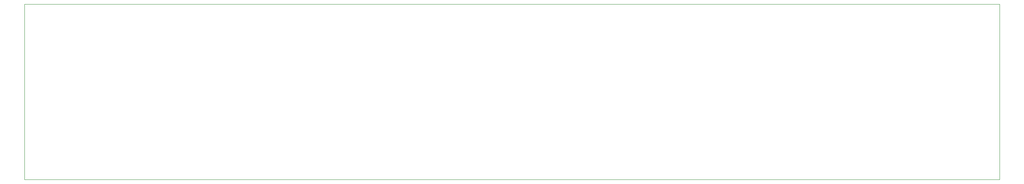
<source format=gbr>
G04 #@! TF.GenerationSoftware,KiCad,Pcbnew,(6.0.0-rc1-dev-557-ge985f797c)*
G04 #@! TF.CreationDate,2021-03-05T01:29:40+01:00*
G04 #@! TF.ProjectId,16seg_Module,31367365675F4D6F64756C652E6B6963,1.0*
G04 #@! TF.SameCoordinates,Original*
G04 #@! TF.FileFunction,Profile,NP*
%FSLAX46Y46*%
G04 Gerber Fmt 4.6, Leading zero omitted, Abs format (unit mm)*
G04 Created by KiCad (PCBNEW (6.0.0-rc1-dev-557-ge985f797c)) date 03/05/21 01:29:40*
%MOMM*%
%LPD*%
G01*
G04 APERTURE LIST*
%ADD10C,0.050000*%
G04 APERTURE END LIST*
D10*
X39500000Y-80500000D02*
X39500000Y-41000000D01*
X259000000Y-80500000D02*
X39500000Y-80500000D01*
X259000000Y-41000000D02*
X259000000Y-80500000D01*
X39500000Y-41000000D02*
X259000000Y-41000000D01*
M02*

</source>
